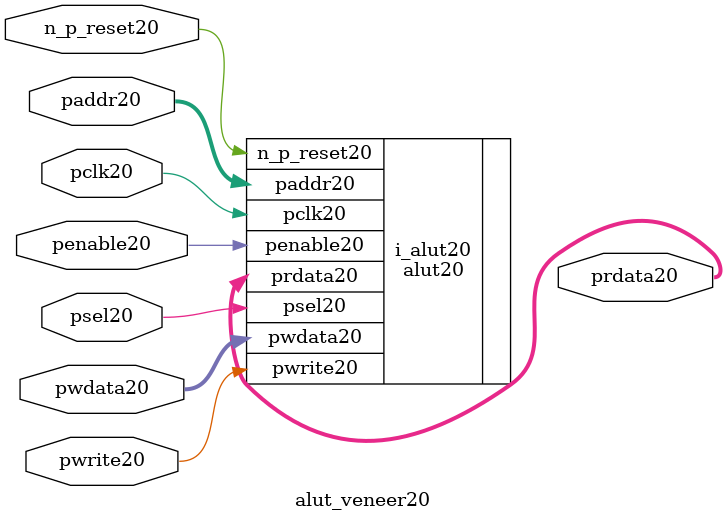
<source format=v>
module alut_veneer20
(   
   // Inputs20
   pclk20,
   n_p_reset20,
   psel20,            
   penable20,       
   pwrite20,         
   paddr20,           
   pwdata20,          

   // Outputs20
   prdata20  
);

   // APB20 Inputs20
   input             pclk20;               // APB20 clock20                          
   input             n_p_reset20;          // Reset20                              
   input             psel20;               // Module20 select20 signal20               
   input             penable20;            // Enable20 signal20                      
   input             pwrite20;             // Write when HIGH20 and read when LOW20  
   input [6:0]       paddr20;              // Address bus for read write         
   input [31:0]      pwdata20;             // APB20 write bus                      

   output [31:0]     prdata20;             // APB20 read bus                       


//-----------------------------------------------------------------------
//##############################################################################
// if the ALUT20 is NOT20 black20 boxed20 
//##############################################################################
`ifndef FV_KIT_BLACK_BOX_LUT20 


alut20 i_alut20 (
        //inputs20
        . n_p_reset20(n_p_reset20),
        . pclk20(pclk20),
        . psel20(psel20),
        . penable20(penable20),
        . pwrite20(pwrite20),
        . paddr20(paddr20[6:0]),
        . pwdata20(pwdata20),

        //outputs20
        . prdata20(prdata20)
);


`else 
//##############################################################################
// if the <module> is black20 boxed20 
//##############################################################################

   // APB20 Inputs20
   wire              pclk20;               // APB20 clock20                          
   wire              n_p_reset20;          // Reset20                              
   wire              psel20;               // Module20 select20 signal20               
   wire              penable20;            // Enable20 signal20                      
   wire              pwrite20;             // Write when HIGH20 and read when LOW20  
   wire  [6:0]       paddr20;              // Address bus for read write         
   wire  [31:0]      pwdata20;             // APB20 write bus                      

   reg   [31:0]      prdata20;             // APB20 read bus                       


`endif

endmodule

</source>
